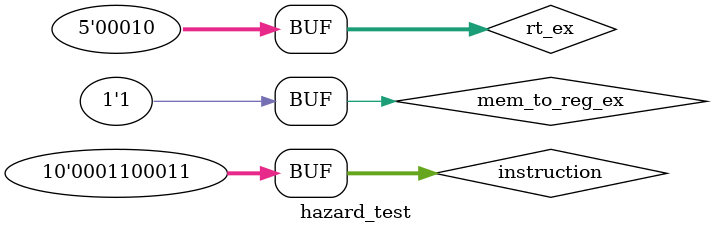
<source format=v>
`timescale 1ns / 1ps


module hazard_test;

	// Inputs
	reg [9:0] instruction;
	reg [4:0] rt_ex;
	reg mem_to_reg_ex;

	// Outputs
	wire stop;

	// Instantiate the Unit Under Test (UUT)
	hazard uut (
		.instruction(instruction), 
		.rt_ex(rt_ex), 
		.mem_to_reg_ex(mem_to_reg_ex), 
		.stop(stop)
	);

	initial begin
		// Initialize Inputs
		instruction = 0;
		rt_ex = 0;
		mem_to_reg_ex = 0;

		// Wait 100 ns for global reset to finish
		#100;
      mem_to_reg_ex = 1;
		instruction[9:5] = 4;
		rt_ex = 4;
		#100;
		instruction[4:0] = 3;
		rt_ex = 3;
		#100;
		instruction[4:0] = 3;
		rt_ex = 2;
		mem_to_reg_ex = 1;
		#100;
		instruction[9:5] = 3;
		rt_ex = 2;
		mem_to_reg_ex = 1;
		// Add stimulus here

	end
      
endmodule


</source>
